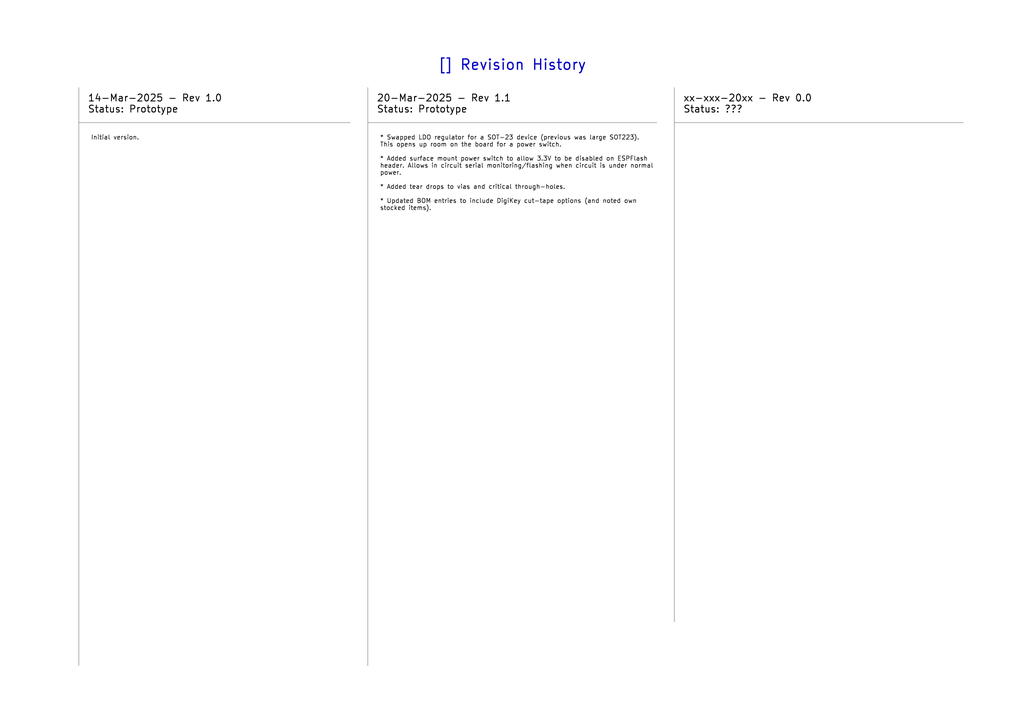
<source format=kicad_sch>
(kicad_sch
	(version 20250114)
	(generator "eeschema")
	(generator_version "9.0")
	(uuid "58678810-a1ae-4bf1-b11b-108993035dde")
	(paper "A4")
	(title_block
		(title "Revision History")
		(date "2025-03-20")
		(rev "1.1")
		(company "Wattle Labs")
	)
	(lib_symbols)
	(text "14-Mar-2025 - Rev 1.0\nStatus: Prototype"
		(exclude_from_sim no)
		(at 25.4 33.02 0)
		(effects
			(font
				(size 2 2)
				(thickness 0.25)
				(color 0 0 0 1)
			)
			(justify left bottom)
		)
		(uuid "3b186278-0dab-4a47-81c2-53263d2b90fa")
	)
	(text "20-Mar-2025 - Rev 1.1\nStatus: Prototype"
		(exclude_from_sim no)
		(at 109.22 33.02 0)
		(effects
			(font
				(size 2 2)
				(thickness 0.25)
				(color 0 0 0 1)
			)
			(justify left bottom)
		)
		(uuid "46d53000-4ca6-4d5f-b1e7-02cba2963c7a")
	)
	(text "xx-xxx-20xx - Rev 0.0\nStatus: ???"
		(exclude_from_sim no)
		(at 198.12 33.02 0)
		(effects
			(font
				(size 2 2)
				(thickness 0.25)
				(color 0 0 0 1)
			)
			(justify left bottom)
		)
		(uuid "e642c396-9621-490f-b006-fbe1d3c4a518")
	)
	(text_box "Initial version."
		(exclude_from_sim no)
		(at 25.4 38.1 0)
		(size 76.2 154.94)
		(margins 0.9524 0.9524 0.9524 0.9524)
		(stroke
			(width -0.0001)
			(type solid)
		)
		(fill
			(type none)
		)
		(effects
			(font
				(size 1.27 1.27)
				(color 0 0 0 1)
			)
			(justify left top)
		)
		(uuid "32badec6-c8c6-4b35-bdb0-1cba4e204fa7")
	)
	(text_box "[${#}] ${TITLE}"
		(exclude_from_sim no)
		(at 12.065 12.065 0)
		(size 273.05 13.335)
		(margins 2.2499 2.2499 2.2499 2.2499)
		(stroke
			(width -0.0001)
			(type default)
		)
		(fill
			(type none)
		)
		(effects
			(font
				(size 3 3)
				(thickness 0.375)
			)
		)
		(uuid "58cc4355-d97f-4860-9675-f6989c4253e8")
	)
	(text_box ""
		(exclude_from_sim no)
		(at 200.66 38.1 0)
		(size 81.28 142.24)
		(margins 0.9524 0.9524 0.9524 0.9524)
		(stroke
			(width -0.0001)
			(type default)
		)
		(fill
			(type none)
		)
		(effects
			(font
				(size 1.27 1.27)
				(color 0 0 0 1)
			)
			(justify left top)
		)
		(uuid "e6b85207-d86a-42b7-be2a-1e4ca9ab7743")
	)
	(text_box "* Swapped LDO regulator for a SOT-23 device (previous was large SOT223). This opens up room on the board for a power switch.\n\n* Added surface mount power switch to allow 3.3V to be disabled on ESPFlash header. Allows in circuit serial monitoring/flashing when circuit is under normal power.\n\n* Added tear drops to vias and critical through-holes.\n\n* Updated BOM entries to include DigiKey cut-tape options (and noted own stocked items)."
		(exclude_from_sim no)
		(at 109.22 38.1 0)
		(size 81.28 142.24)
		(margins 0.9524 0.9524 0.9524 0.9524)
		(stroke
			(width -0.0001)
			(type solid)
		)
		(fill
			(type none)
		)
		(effects
			(font
				(size 1.27 1.27)
				(color 0 0 0 1)
			)
			(justify left top)
		)
		(uuid "e8bf6853-1e36-4c76-81a3-f0c4a64a382e")
	)
	(polyline
		(pts
			(xy 22.86 25.4) (xy 22.86 193.04)
		)
		(stroke
			(width 0)
			(type default)
			(color 132 132 132 1)
		)
		(uuid "07426cb0-ca09-4dc8-bdc1-648b6253ebba")
	)
	(polyline
		(pts
			(xy 195.58 25.4) (xy 195.58 180.34)
		)
		(stroke
			(width 0)
			(type default)
			(color 132 132 132 1)
		)
		(uuid "2c16a7c8-3162-46f2-9b09-6f75e3727002")
	)
	(polyline
		(pts
			(xy 22.86 35.56) (xy 101.6 35.56)
		)
		(stroke
			(width 0)
			(type default)
			(color 132 132 132 1)
		)
		(uuid "68d2f6cb-cef6-4666-83d8-40db92ac0239")
	)
	(polyline
		(pts
			(xy 106.68 35.56) (xy 190.5 35.56)
		)
		(stroke
			(width 0)
			(type default)
			(color 132 132 132 1)
		)
		(uuid "87f25349-07d9-44d3-b2ca-519c7b00e77f")
	)
	(polyline
		(pts
			(xy 106.68 25.4) (xy 106.68 193.04)
		)
		(stroke
			(width 0)
			(type default)
			(color 132 132 132 1)
		)
		(uuid "a6f461a8-7f21-422d-b9bc-4e176b14a06d")
	)
	(polyline
		(pts
			(xy 195.58 35.56) (xy 279.4 35.56)
		)
		(stroke
			(width 0)
			(type default)
			(color 132 132 132 1)
		)
		(uuid "da3e5a18-f954-4acb-ba20-c67bc43adde9")
	)
)

</source>
